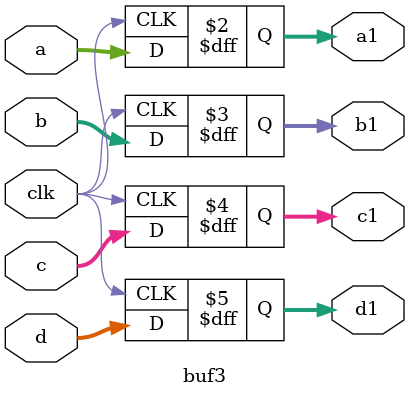
<source format=v>
`timescale 1ns / 1ps
module buf3(
    input [5:0] a,
    input [5:0] b,
    input [5:0] c,
    input [5:0] d,
    input clk,
    output reg [5:0] a1,
    output reg [5:0] b1,
    output reg [5:0] c1,
    output reg [5:0] d1
    );

always @(posedge clk) begin
a1<=a;
b1<=b;
c1<=c;
d1<=d;
end


endmodule

</source>
